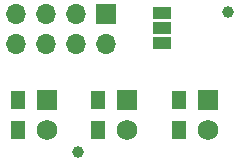
<source format=gbr>
%TF.GenerationSoftware,KiCad,Pcbnew,(5.1.10-1-10_14)*%
%TF.CreationDate,2022-01-10T10:47:52-08:00*%
%TF.ProjectId,ThermistorExpander-kicad,54686572-6d69-4737-946f-72457870616e,rev?*%
%TF.SameCoordinates,Original*%
%TF.FileFunction,Soldermask,Bot*%
%TF.FilePolarity,Negative*%
%FSLAX46Y46*%
G04 Gerber Fmt 4.6, Leading zero omitted, Abs format (unit mm)*
G04 Created by KiCad (PCBNEW (5.1.10-1-10_14)) date 2022-01-10 10:47:52*
%MOMM*%
%LPD*%
G01*
G04 APERTURE LIST*
%ADD10C,1.000000*%
%ADD11R,1.250000X1.500000*%
%ADD12R,1.700000X1.700000*%
%ADD13O,1.700000X1.700000*%
%ADD14R,1.750000X1.750000*%
%ADD15C,1.750000*%
%ADD16R,1.500000X1.000000*%
G04 APERTURE END LIST*
D10*
%TO.C,FID2*%
X138658600Y-74752200D03*
%TD*%
%TO.C,FID1*%
X125882400Y-86664800D03*
%TD*%
D11*
%TO.C,C4*%
X134442200Y-82258600D03*
X134442200Y-84758600D03*
%TD*%
%TO.C,C3*%
X127609600Y-82265200D03*
X127609600Y-84765200D03*
%TD*%
%TO.C,C2*%
X120827800Y-82265200D03*
X120827800Y-84765200D03*
%TD*%
D12*
%TO.C,J1*%
X128270000Y-74930000D03*
D13*
X128270000Y-77470000D03*
X125730000Y-74930000D03*
X125730000Y-77470000D03*
X123190000Y-74930000D03*
X123190000Y-77470000D03*
X120650000Y-74930000D03*
X120650000Y-77470000D03*
%TD*%
D14*
%TO.C,J4*%
X136906000Y-82270600D03*
D15*
X136906000Y-84770600D03*
%TD*%
D14*
%TO.C,J3*%
X130098800Y-82270600D03*
D15*
X130098800Y-84770600D03*
%TD*%
D14*
%TO.C,J2*%
X123291600Y-82270600D03*
D15*
X123291600Y-84770600D03*
%TD*%
D16*
%TO.C,JP1*%
X133070600Y-77449200D03*
X133070600Y-76149200D03*
X133070600Y-74849200D03*
%TD*%
M02*

</source>
